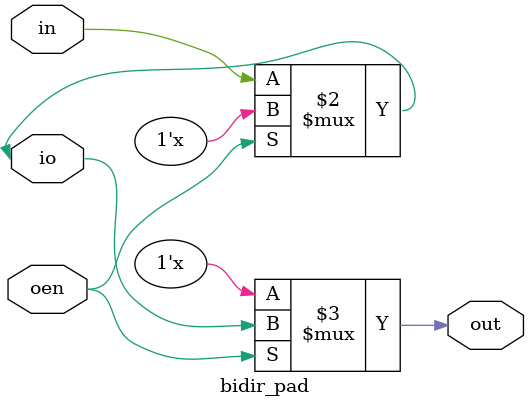
<source format=v>
module bidir_pad(
	in, 
	out,
	io,
	oen
);
	input in, oen;
	output out;
	inout io;
	
	assign io = !oen ? in : 1'bz;	//input enabled, io working as an output
	assign out = oen ? io : 1'bz;	//output enable, io working as an input
	
endmodule
</source>
